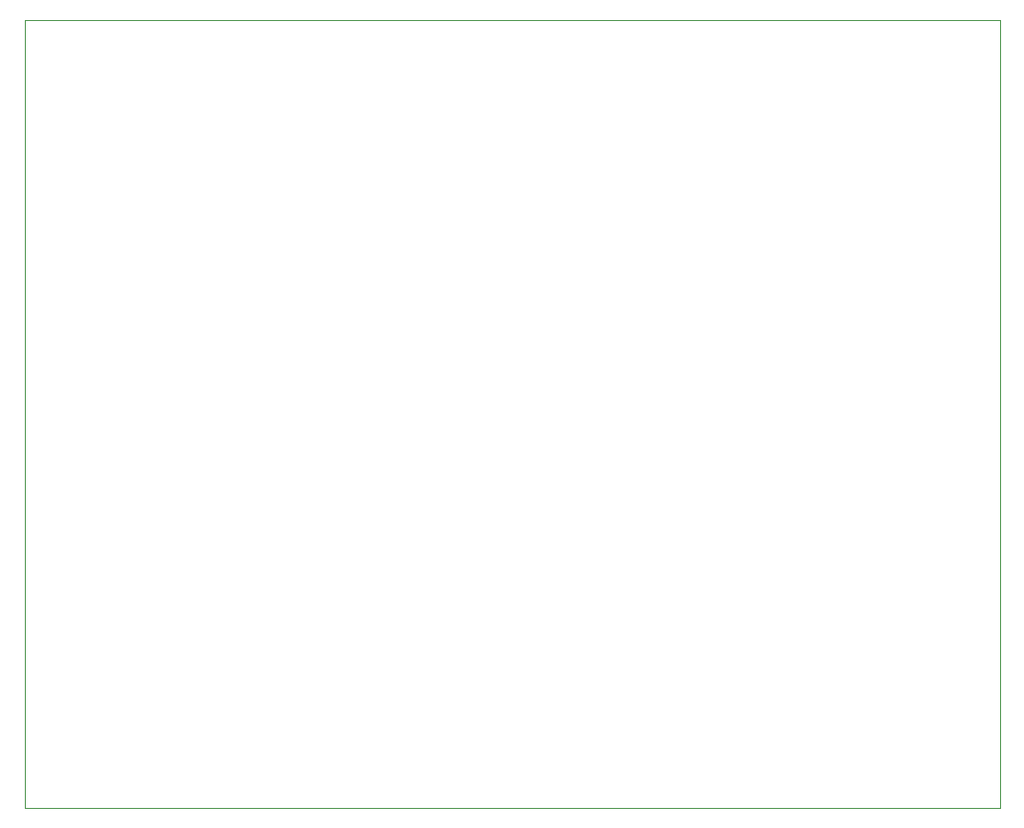
<source format=gbr>
%TF.GenerationSoftware,KiCad,Pcbnew,(5.1.9)-1*%
%TF.CreationDate,2021-10-03T22:41:08+01:00*%
%TF.ProjectId,cessna-panel-pcb,63657373-6e61-42d7-9061-6e656c2d7063,rev?*%
%TF.SameCoordinates,Original*%
%TF.FileFunction,Profile,NP*%
%FSLAX46Y46*%
G04 Gerber Fmt 4.6, Leading zero omitted, Abs format (unit mm)*
G04 Created by KiCad (PCBNEW (5.1.9)-1) date 2021-10-03 22:41:08*
%MOMM*%
%LPD*%
G01*
G04 APERTURE LIST*
%TA.AperFunction,Profile*%
%ADD10C,0.050000*%
%TD*%
G04 APERTURE END LIST*
D10*
X90170000Y-120650000D02*
X90170000Y-50800000D01*
X176530000Y-120650000D02*
X90170000Y-120650000D01*
X176530000Y-50800000D02*
X176530000Y-120650000D01*
X90170000Y-50800000D02*
X176530000Y-50800000D01*
M02*

</source>
